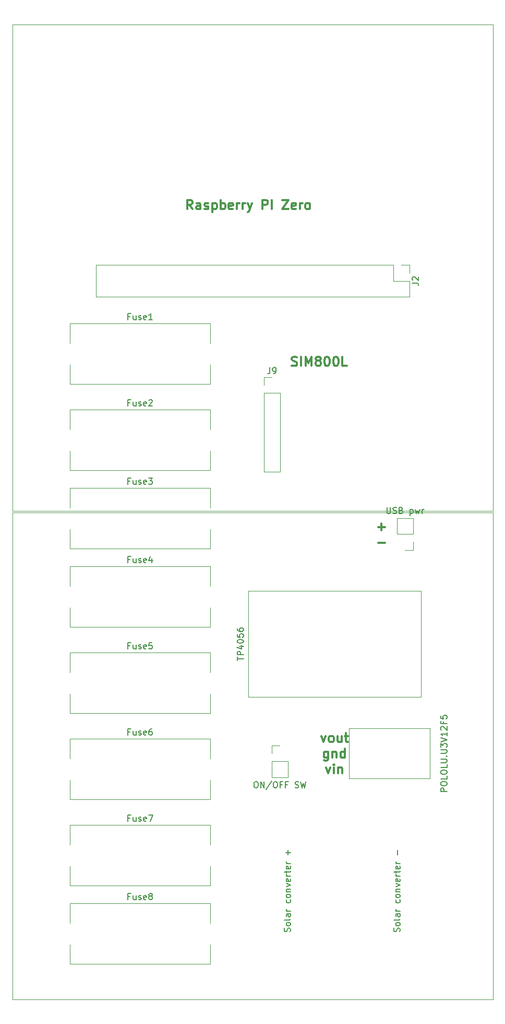
<source format=gbr>
G04 #@! TF.GenerationSoftware,KiCad,Pcbnew,(5.1.5-0-10_14)*
G04 #@! TF.CreationDate,2020-06-18T21:24:06+02:00*
G04 #@! TF.ProjectId,basepcb2,62617365-7063-4623-922e-6b696361645f,rev?*
G04 #@! TF.SameCoordinates,Original*
G04 #@! TF.FileFunction,Legend,Top*
G04 #@! TF.FilePolarity,Positive*
%FSLAX46Y46*%
G04 Gerber Fmt 4.6, Leading zero omitted, Abs format (unit mm)*
G04 Created by KiCad (PCBNEW (5.1.5-0-10_14)) date 2020-06-18 21:24:06*
%MOMM*%
%LPD*%
G04 APERTURE LIST*
%ADD10C,0.300000*%
%ADD11C,0.120000*%
%ADD12C,0.150000*%
G04 APERTURE END LIST*
D10*
X57547142Y-115248571D02*
X57904285Y-116248571D01*
X58261428Y-115248571D01*
X59047142Y-116248571D02*
X58904285Y-116177142D01*
X58832857Y-116105714D01*
X58761428Y-115962857D01*
X58761428Y-115534285D01*
X58832857Y-115391428D01*
X58904285Y-115320000D01*
X59047142Y-115248571D01*
X59261428Y-115248571D01*
X59404285Y-115320000D01*
X59475714Y-115391428D01*
X59547142Y-115534285D01*
X59547142Y-115962857D01*
X59475714Y-116105714D01*
X59404285Y-116177142D01*
X59261428Y-116248571D01*
X59047142Y-116248571D01*
X60832857Y-115248571D02*
X60832857Y-116248571D01*
X60190000Y-115248571D02*
X60190000Y-116034285D01*
X60261428Y-116177142D01*
X60404285Y-116248571D01*
X60618571Y-116248571D01*
X60761428Y-116177142D01*
X60832857Y-116105714D01*
X61332857Y-115248571D02*
X61904285Y-115248571D01*
X61547142Y-114748571D02*
X61547142Y-116034285D01*
X61618571Y-116177142D01*
X61761428Y-116248571D01*
X61904285Y-116248571D01*
X58654285Y-117788571D02*
X58654285Y-119002857D01*
X58582857Y-119145714D01*
X58511428Y-119217142D01*
X58368571Y-119288571D01*
X58154285Y-119288571D01*
X58011428Y-119217142D01*
X58654285Y-118717142D02*
X58511428Y-118788571D01*
X58225714Y-118788571D01*
X58082857Y-118717142D01*
X58011428Y-118645714D01*
X57940000Y-118502857D01*
X57940000Y-118074285D01*
X58011428Y-117931428D01*
X58082857Y-117860000D01*
X58225714Y-117788571D01*
X58511428Y-117788571D01*
X58654285Y-117860000D01*
X59368571Y-117788571D02*
X59368571Y-118788571D01*
X59368571Y-117931428D02*
X59440000Y-117860000D01*
X59582857Y-117788571D01*
X59797142Y-117788571D01*
X59940000Y-117860000D01*
X60011428Y-118002857D01*
X60011428Y-118788571D01*
X61368571Y-118788571D02*
X61368571Y-117288571D01*
X61368571Y-118717142D02*
X61225714Y-118788571D01*
X60940000Y-118788571D01*
X60797142Y-118717142D01*
X60725714Y-118645714D01*
X60654285Y-118502857D01*
X60654285Y-118074285D01*
X60725714Y-117931428D01*
X60797142Y-117860000D01*
X60940000Y-117788571D01*
X61225714Y-117788571D01*
X61368571Y-117860000D01*
X58297142Y-120328571D02*
X58654285Y-121328571D01*
X59011428Y-120328571D01*
X59582857Y-121328571D02*
X59582857Y-120328571D01*
X59582857Y-119828571D02*
X59511428Y-119900000D01*
X59582857Y-119971428D01*
X59654285Y-119900000D01*
X59582857Y-119828571D01*
X59582857Y-119971428D01*
X60297142Y-120328571D02*
X60297142Y-121328571D01*
X60297142Y-120471428D02*
X60368571Y-120400000D01*
X60511428Y-120328571D01*
X60725714Y-120328571D01*
X60868571Y-120400000D01*
X60940000Y-120542857D01*
X60940000Y-121328571D01*
X36648571Y-29888571D02*
X36148571Y-29174285D01*
X35791428Y-29888571D02*
X35791428Y-28388571D01*
X36362857Y-28388571D01*
X36505714Y-28460000D01*
X36577142Y-28531428D01*
X36648571Y-28674285D01*
X36648571Y-28888571D01*
X36577142Y-29031428D01*
X36505714Y-29102857D01*
X36362857Y-29174285D01*
X35791428Y-29174285D01*
X37934285Y-29888571D02*
X37934285Y-29102857D01*
X37862857Y-28960000D01*
X37720000Y-28888571D01*
X37434285Y-28888571D01*
X37291428Y-28960000D01*
X37934285Y-29817142D02*
X37791428Y-29888571D01*
X37434285Y-29888571D01*
X37291428Y-29817142D01*
X37220000Y-29674285D01*
X37220000Y-29531428D01*
X37291428Y-29388571D01*
X37434285Y-29317142D01*
X37791428Y-29317142D01*
X37934285Y-29245714D01*
X38577142Y-29817142D02*
X38720000Y-29888571D01*
X39005714Y-29888571D01*
X39148571Y-29817142D01*
X39220000Y-29674285D01*
X39220000Y-29602857D01*
X39148571Y-29460000D01*
X39005714Y-29388571D01*
X38791428Y-29388571D01*
X38648571Y-29317142D01*
X38577142Y-29174285D01*
X38577142Y-29102857D01*
X38648571Y-28960000D01*
X38791428Y-28888571D01*
X39005714Y-28888571D01*
X39148571Y-28960000D01*
X39862857Y-28888571D02*
X39862857Y-30388571D01*
X39862857Y-28960000D02*
X40005714Y-28888571D01*
X40291428Y-28888571D01*
X40434285Y-28960000D01*
X40505714Y-29031428D01*
X40577142Y-29174285D01*
X40577142Y-29602857D01*
X40505714Y-29745714D01*
X40434285Y-29817142D01*
X40291428Y-29888571D01*
X40005714Y-29888571D01*
X39862857Y-29817142D01*
X41220000Y-29888571D02*
X41220000Y-28388571D01*
X41220000Y-28960000D02*
X41362857Y-28888571D01*
X41648571Y-28888571D01*
X41791428Y-28960000D01*
X41862857Y-29031428D01*
X41934285Y-29174285D01*
X41934285Y-29602857D01*
X41862857Y-29745714D01*
X41791428Y-29817142D01*
X41648571Y-29888571D01*
X41362857Y-29888571D01*
X41220000Y-29817142D01*
X43148571Y-29817142D02*
X43005714Y-29888571D01*
X42720000Y-29888571D01*
X42577142Y-29817142D01*
X42505714Y-29674285D01*
X42505714Y-29102857D01*
X42577142Y-28960000D01*
X42720000Y-28888571D01*
X43005714Y-28888571D01*
X43148571Y-28960000D01*
X43220000Y-29102857D01*
X43220000Y-29245714D01*
X42505714Y-29388571D01*
X43862857Y-29888571D02*
X43862857Y-28888571D01*
X43862857Y-29174285D02*
X43934285Y-29031428D01*
X44005714Y-28960000D01*
X44148571Y-28888571D01*
X44291428Y-28888571D01*
X44791428Y-29888571D02*
X44791428Y-28888571D01*
X44791428Y-29174285D02*
X44862857Y-29031428D01*
X44934285Y-28960000D01*
X45077142Y-28888571D01*
X45220000Y-28888571D01*
X45577142Y-28888571D02*
X45934285Y-29888571D01*
X46291428Y-28888571D02*
X45934285Y-29888571D01*
X45791428Y-30245714D01*
X45720000Y-30317142D01*
X45577142Y-30388571D01*
X48005714Y-29888571D02*
X48005714Y-28388571D01*
X48577142Y-28388571D01*
X48720000Y-28460000D01*
X48791428Y-28531428D01*
X48862857Y-28674285D01*
X48862857Y-28888571D01*
X48791428Y-29031428D01*
X48720000Y-29102857D01*
X48577142Y-29174285D01*
X48005714Y-29174285D01*
X49505714Y-29888571D02*
X49505714Y-28388571D01*
X51220000Y-28388571D02*
X52220000Y-28388571D01*
X51220000Y-29888571D01*
X52220000Y-29888571D01*
X53362857Y-29817142D02*
X53220000Y-29888571D01*
X52934285Y-29888571D01*
X52791428Y-29817142D01*
X52720000Y-29674285D01*
X52720000Y-29102857D01*
X52791428Y-28960000D01*
X52934285Y-28888571D01*
X53220000Y-28888571D01*
X53362857Y-28960000D01*
X53434285Y-29102857D01*
X53434285Y-29245714D01*
X52720000Y-29388571D01*
X54077142Y-29888571D02*
X54077142Y-28888571D01*
X54077142Y-29174285D02*
X54148571Y-29031428D01*
X54220000Y-28960000D01*
X54362857Y-28888571D01*
X54505714Y-28888571D01*
X55220000Y-29888571D02*
X55077142Y-29817142D01*
X55005714Y-29745714D01*
X54934285Y-29602857D01*
X54934285Y-29174285D01*
X55005714Y-29031428D01*
X55077142Y-28960000D01*
X55220000Y-28888571D01*
X55434285Y-28888571D01*
X55577142Y-28960000D01*
X55648571Y-29031428D01*
X55720000Y-29174285D01*
X55720000Y-29602857D01*
X55648571Y-29745714D01*
X55577142Y-29817142D01*
X55434285Y-29888571D01*
X55220000Y-29888571D01*
X52757142Y-55217142D02*
X52971428Y-55288571D01*
X53328571Y-55288571D01*
X53471428Y-55217142D01*
X53542857Y-55145714D01*
X53614285Y-55002857D01*
X53614285Y-54860000D01*
X53542857Y-54717142D01*
X53471428Y-54645714D01*
X53328571Y-54574285D01*
X53042857Y-54502857D01*
X52900000Y-54431428D01*
X52828571Y-54360000D01*
X52757142Y-54217142D01*
X52757142Y-54074285D01*
X52828571Y-53931428D01*
X52900000Y-53860000D01*
X53042857Y-53788571D01*
X53400000Y-53788571D01*
X53614285Y-53860000D01*
X54257142Y-55288571D02*
X54257142Y-53788571D01*
X54971428Y-55288571D02*
X54971428Y-53788571D01*
X55471428Y-54860000D01*
X55971428Y-53788571D01*
X55971428Y-55288571D01*
X56900000Y-54431428D02*
X56757142Y-54360000D01*
X56685714Y-54288571D01*
X56614285Y-54145714D01*
X56614285Y-54074285D01*
X56685714Y-53931428D01*
X56757142Y-53860000D01*
X56900000Y-53788571D01*
X57185714Y-53788571D01*
X57328571Y-53860000D01*
X57400000Y-53931428D01*
X57471428Y-54074285D01*
X57471428Y-54145714D01*
X57400000Y-54288571D01*
X57328571Y-54360000D01*
X57185714Y-54431428D01*
X56900000Y-54431428D01*
X56757142Y-54502857D01*
X56685714Y-54574285D01*
X56614285Y-54717142D01*
X56614285Y-55002857D01*
X56685714Y-55145714D01*
X56757142Y-55217142D01*
X56900000Y-55288571D01*
X57185714Y-55288571D01*
X57328571Y-55217142D01*
X57400000Y-55145714D01*
X57471428Y-55002857D01*
X57471428Y-54717142D01*
X57400000Y-54574285D01*
X57328571Y-54502857D01*
X57185714Y-54431428D01*
X58400000Y-53788571D02*
X58542857Y-53788571D01*
X58685714Y-53860000D01*
X58757142Y-53931428D01*
X58828571Y-54074285D01*
X58900000Y-54360000D01*
X58900000Y-54717142D01*
X58828571Y-55002857D01*
X58757142Y-55145714D01*
X58685714Y-55217142D01*
X58542857Y-55288571D01*
X58400000Y-55288571D01*
X58257142Y-55217142D01*
X58185714Y-55145714D01*
X58114285Y-55002857D01*
X58042857Y-54717142D01*
X58042857Y-54360000D01*
X58114285Y-54074285D01*
X58185714Y-53931428D01*
X58257142Y-53860000D01*
X58400000Y-53788571D01*
X59828571Y-53788571D02*
X59971428Y-53788571D01*
X60114285Y-53860000D01*
X60185714Y-53931428D01*
X60257142Y-54074285D01*
X60328571Y-54360000D01*
X60328571Y-54717142D01*
X60257142Y-55002857D01*
X60185714Y-55145714D01*
X60114285Y-55217142D01*
X59971428Y-55288571D01*
X59828571Y-55288571D01*
X59685714Y-55217142D01*
X59614285Y-55145714D01*
X59542857Y-55002857D01*
X59471428Y-54717142D01*
X59471428Y-54360000D01*
X59542857Y-54074285D01*
X59614285Y-53931428D01*
X59685714Y-53860000D01*
X59828571Y-53788571D01*
X61685714Y-55288571D02*
X60971428Y-55288571D01*
X60971428Y-53788571D01*
X66738571Y-83927142D02*
X67881428Y-83927142D01*
X66738571Y-81387142D02*
X67881428Y-81387142D01*
X67310000Y-81958571D02*
X67310000Y-80815714D01*
D11*
X7410000Y-157920000D02*
X7410000Y-79080000D01*
X85390000Y-157920000D02*
X7410000Y-157920000D01*
X85390000Y-79080000D02*
X85390000Y-157920000D01*
X7410000Y-79080000D02*
X85390000Y-79080000D01*
X7410000Y-78790000D02*
X7410000Y50000D01*
X85390000Y-78790000D02*
X7410000Y-78790000D01*
X85390000Y50000D02*
X85390000Y-78790000D01*
X7410000Y50000D02*
X85390000Y50000D01*
X39480000Y-62400000D02*
X39480000Y-65560000D01*
X39480000Y-62400000D02*
X16760000Y-62400000D01*
X39480000Y-72220000D02*
X16760000Y-72220000D01*
X39480000Y-69060000D02*
X39480000Y-72220000D01*
X16760000Y-69060000D02*
X16760000Y-72220000D01*
X16760000Y-62400000D02*
X16760000Y-65560000D01*
X16760000Y-101770000D02*
X16760000Y-104930000D01*
X16760000Y-108430000D02*
X16760000Y-111590000D01*
X39480000Y-108430000D02*
X39480000Y-111590000D01*
X39480000Y-111590000D02*
X16760000Y-111590000D01*
X39480000Y-101770000D02*
X16760000Y-101770000D01*
X39480000Y-101770000D02*
X39480000Y-104930000D01*
X39480000Y-115740000D02*
X39480000Y-118900000D01*
X39480000Y-115740000D02*
X16760000Y-115740000D01*
X39480000Y-125560000D02*
X16760000Y-125560000D01*
X39480000Y-122400000D02*
X39480000Y-125560000D01*
X16760000Y-122400000D02*
X16760000Y-125560000D01*
X16760000Y-115740000D02*
X16760000Y-118900000D01*
X16760000Y-129710000D02*
X16760000Y-132870000D01*
X16760000Y-136370000D02*
X16760000Y-139530000D01*
X39480000Y-136370000D02*
X39480000Y-139530000D01*
X39480000Y-139530000D02*
X16760000Y-139530000D01*
X39480000Y-129710000D02*
X16760000Y-129710000D01*
X39480000Y-129710000D02*
X39480000Y-132870000D01*
X39480000Y-142410000D02*
X39480000Y-145570000D01*
X39480000Y-142410000D02*
X16760000Y-142410000D01*
X39480000Y-152230000D02*
X16760000Y-152230000D01*
X39480000Y-149070000D02*
X39480000Y-152230000D01*
X16760000Y-149070000D02*
X16760000Y-152230000D01*
X16760000Y-142410000D02*
X16760000Y-145570000D01*
X16760000Y-48430000D02*
X16760000Y-51590000D01*
X16760000Y-55090000D02*
X16760000Y-58250000D01*
X39480000Y-55090000D02*
X39480000Y-58250000D01*
X39480000Y-58250000D02*
X16760000Y-58250000D01*
X39480000Y-48430000D02*
X16760000Y-48430000D01*
X39480000Y-48430000D02*
X39480000Y-51590000D01*
X16760000Y-75100000D02*
X16760000Y-78260000D01*
X16760000Y-81760000D02*
X16760000Y-84920000D01*
X39480000Y-81760000D02*
X39480000Y-84920000D01*
X39480000Y-84920000D02*
X16760000Y-84920000D01*
X39480000Y-75100000D02*
X16760000Y-75100000D01*
X39480000Y-75100000D02*
X39480000Y-78260000D01*
X39480000Y-87800000D02*
X39480000Y-90960000D01*
X39480000Y-87800000D02*
X16760000Y-87800000D01*
X39480000Y-97620000D02*
X16760000Y-97620000D01*
X39480000Y-94460000D02*
X39480000Y-97620000D01*
X16760000Y-94460000D02*
X16760000Y-97620000D01*
X16760000Y-87800000D02*
X16760000Y-90960000D01*
X49470000Y-121980000D02*
X52130000Y-121980000D01*
X49470000Y-119380000D02*
X49470000Y-121980000D01*
X52130000Y-119380000D02*
X52130000Y-121980000D01*
X49470000Y-119380000D02*
X52130000Y-119380000D01*
X49470000Y-118110000D02*
X49470000Y-116780000D01*
X49470000Y-116780000D02*
X50800000Y-116780000D01*
X48200000Y-72450000D02*
X50860000Y-72450000D01*
X48200000Y-59690000D02*
X48200000Y-72450000D01*
X50860000Y-59690000D02*
X50860000Y-72450000D01*
X48200000Y-59690000D02*
X50860000Y-59690000D01*
X48200000Y-58420000D02*
X48200000Y-57090000D01*
X48200000Y-57090000D02*
X49530000Y-57090000D01*
X75120500Y-114046000D02*
X75120500Y-122174000D01*
X75120500Y-122174000D02*
X62039500Y-122174000D01*
X62039500Y-122174000D02*
X62039500Y-114046000D01*
X62039500Y-114046000D02*
X75120500Y-114046000D01*
X45690000Y-108930000D02*
X45690000Y-91730000D01*
X45690000Y-91730000D02*
X73690000Y-91730000D01*
X73690000Y-108930000D02*
X73690000Y-91730000D01*
X45690000Y-108930000D02*
X73690000Y-108930000D01*
X20940000Y-38900000D02*
X20940000Y-44100000D01*
X69260000Y-38900000D02*
X20940000Y-38900000D01*
X71860000Y-44100000D02*
X20940000Y-44100000D01*
X69260000Y-38900000D02*
X69260000Y-41500000D01*
X69260000Y-41500000D02*
X71860000Y-41500000D01*
X71860000Y-41500000D02*
X71860000Y-44100000D01*
X70530000Y-38900000D02*
X71860000Y-38900000D01*
X71860000Y-38900000D02*
X71860000Y-40230000D01*
X72450000Y-79950000D02*
X69790000Y-79950000D01*
X72450000Y-82550000D02*
X72450000Y-79950000D01*
X69790000Y-82550000D02*
X69790000Y-79950000D01*
X72450000Y-82550000D02*
X69790000Y-82550000D01*
X72450000Y-83820000D02*
X72450000Y-85150000D01*
X72450000Y-85150000D02*
X71120000Y-85150000D01*
D12*
X26500952Y-61238571D02*
X26167619Y-61238571D01*
X26167619Y-61762380D02*
X26167619Y-60762380D01*
X26643809Y-60762380D01*
X27453333Y-61095714D02*
X27453333Y-61762380D01*
X27024761Y-61095714D02*
X27024761Y-61619523D01*
X27072380Y-61714761D01*
X27167619Y-61762380D01*
X27310476Y-61762380D01*
X27405714Y-61714761D01*
X27453333Y-61667142D01*
X27881904Y-61714761D02*
X27977142Y-61762380D01*
X28167619Y-61762380D01*
X28262857Y-61714761D01*
X28310476Y-61619523D01*
X28310476Y-61571904D01*
X28262857Y-61476666D01*
X28167619Y-61429047D01*
X28024761Y-61429047D01*
X27929523Y-61381428D01*
X27881904Y-61286190D01*
X27881904Y-61238571D01*
X27929523Y-61143333D01*
X28024761Y-61095714D01*
X28167619Y-61095714D01*
X28262857Y-61143333D01*
X29120000Y-61714761D02*
X29024761Y-61762380D01*
X28834285Y-61762380D01*
X28739047Y-61714761D01*
X28691428Y-61619523D01*
X28691428Y-61238571D01*
X28739047Y-61143333D01*
X28834285Y-61095714D01*
X29024761Y-61095714D01*
X29120000Y-61143333D01*
X29167619Y-61238571D01*
X29167619Y-61333809D01*
X28691428Y-61429047D01*
X29548571Y-60857619D02*
X29596190Y-60810000D01*
X29691428Y-60762380D01*
X29929523Y-60762380D01*
X30024761Y-60810000D01*
X30072380Y-60857619D01*
X30120000Y-60952857D01*
X30120000Y-61048095D01*
X30072380Y-61190952D01*
X29500952Y-61762380D01*
X30120000Y-61762380D01*
X26500952Y-100608571D02*
X26167619Y-100608571D01*
X26167619Y-101132380D02*
X26167619Y-100132380D01*
X26643809Y-100132380D01*
X27453333Y-100465714D02*
X27453333Y-101132380D01*
X27024761Y-100465714D02*
X27024761Y-100989523D01*
X27072380Y-101084761D01*
X27167619Y-101132380D01*
X27310476Y-101132380D01*
X27405714Y-101084761D01*
X27453333Y-101037142D01*
X27881904Y-101084761D02*
X27977142Y-101132380D01*
X28167619Y-101132380D01*
X28262857Y-101084761D01*
X28310476Y-100989523D01*
X28310476Y-100941904D01*
X28262857Y-100846666D01*
X28167619Y-100799047D01*
X28024761Y-100799047D01*
X27929523Y-100751428D01*
X27881904Y-100656190D01*
X27881904Y-100608571D01*
X27929523Y-100513333D01*
X28024761Y-100465714D01*
X28167619Y-100465714D01*
X28262857Y-100513333D01*
X29120000Y-101084761D02*
X29024761Y-101132380D01*
X28834285Y-101132380D01*
X28739047Y-101084761D01*
X28691428Y-100989523D01*
X28691428Y-100608571D01*
X28739047Y-100513333D01*
X28834285Y-100465714D01*
X29024761Y-100465714D01*
X29120000Y-100513333D01*
X29167619Y-100608571D01*
X29167619Y-100703809D01*
X28691428Y-100799047D01*
X30072380Y-100132380D02*
X29596190Y-100132380D01*
X29548571Y-100608571D01*
X29596190Y-100560952D01*
X29691428Y-100513333D01*
X29929523Y-100513333D01*
X30024761Y-100560952D01*
X30072380Y-100608571D01*
X30120000Y-100703809D01*
X30120000Y-100941904D01*
X30072380Y-101037142D01*
X30024761Y-101084761D01*
X29929523Y-101132380D01*
X29691428Y-101132380D01*
X29596190Y-101084761D01*
X29548571Y-101037142D01*
X26500952Y-114578571D02*
X26167619Y-114578571D01*
X26167619Y-115102380D02*
X26167619Y-114102380D01*
X26643809Y-114102380D01*
X27453333Y-114435714D02*
X27453333Y-115102380D01*
X27024761Y-114435714D02*
X27024761Y-114959523D01*
X27072380Y-115054761D01*
X27167619Y-115102380D01*
X27310476Y-115102380D01*
X27405714Y-115054761D01*
X27453333Y-115007142D01*
X27881904Y-115054761D02*
X27977142Y-115102380D01*
X28167619Y-115102380D01*
X28262857Y-115054761D01*
X28310476Y-114959523D01*
X28310476Y-114911904D01*
X28262857Y-114816666D01*
X28167619Y-114769047D01*
X28024761Y-114769047D01*
X27929523Y-114721428D01*
X27881904Y-114626190D01*
X27881904Y-114578571D01*
X27929523Y-114483333D01*
X28024761Y-114435714D01*
X28167619Y-114435714D01*
X28262857Y-114483333D01*
X29120000Y-115054761D02*
X29024761Y-115102380D01*
X28834285Y-115102380D01*
X28739047Y-115054761D01*
X28691428Y-114959523D01*
X28691428Y-114578571D01*
X28739047Y-114483333D01*
X28834285Y-114435714D01*
X29024761Y-114435714D01*
X29120000Y-114483333D01*
X29167619Y-114578571D01*
X29167619Y-114673809D01*
X28691428Y-114769047D01*
X30024761Y-114102380D02*
X29834285Y-114102380D01*
X29739047Y-114150000D01*
X29691428Y-114197619D01*
X29596190Y-114340476D01*
X29548571Y-114530952D01*
X29548571Y-114911904D01*
X29596190Y-115007142D01*
X29643809Y-115054761D01*
X29739047Y-115102380D01*
X29929523Y-115102380D01*
X30024761Y-115054761D01*
X30072380Y-115007142D01*
X30120000Y-114911904D01*
X30120000Y-114673809D01*
X30072380Y-114578571D01*
X30024761Y-114530952D01*
X29929523Y-114483333D01*
X29739047Y-114483333D01*
X29643809Y-114530952D01*
X29596190Y-114578571D01*
X29548571Y-114673809D01*
X26500952Y-128548571D02*
X26167619Y-128548571D01*
X26167619Y-129072380D02*
X26167619Y-128072380D01*
X26643809Y-128072380D01*
X27453333Y-128405714D02*
X27453333Y-129072380D01*
X27024761Y-128405714D02*
X27024761Y-128929523D01*
X27072380Y-129024761D01*
X27167619Y-129072380D01*
X27310476Y-129072380D01*
X27405714Y-129024761D01*
X27453333Y-128977142D01*
X27881904Y-129024761D02*
X27977142Y-129072380D01*
X28167619Y-129072380D01*
X28262857Y-129024761D01*
X28310476Y-128929523D01*
X28310476Y-128881904D01*
X28262857Y-128786666D01*
X28167619Y-128739047D01*
X28024761Y-128739047D01*
X27929523Y-128691428D01*
X27881904Y-128596190D01*
X27881904Y-128548571D01*
X27929523Y-128453333D01*
X28024761Y-128405714D01*
X28167619Y-128405714D01*
X28262857Y-128453333D01*
X29120000Y-129024761D02*
X29024761Y-129072380D01*
X28834285Y-129072380D01*
X28739047Y-129024761D01*
X28691428Y-128929523D01*
X28691428Y-128548571D01*
X28739047Y-128453333D01*
X28834285Y-128405714D01*
X29024761Y-128405714D01*
X29120000Y-128453333D01*
X29167619Y-128548571D01*
X29167619Y-128643809D01*
X28691428Y-128739047D01*
X29500952Y-128072380D02*
X30167619Y-128072380D01*
X29739047Y-129072380D01*
X26500952Y-141248571D02*
X26167619Y-141248571D01*
X26167619Y-141772380D02*
X26167619Y-140772380D01*
X26643809Y-140772380D01*
X27453333Y-141105714D02*
X27453333Y-141772380D01*
X27024761Y-141105714D02*
X27024761Y-141629523D01*
X27072380Y-141724761D01*
X27167619Y-141772380D01*
X27310476Y-141772380D01*
X27405714Y-141724761D01*
X27453333Y-141677142D01*
X27881904Y-141724761D02*
X27977142Y-141772380D01*
X28167619Y-141772380D01*
X28262857Y-141724761D01*
X28310476Y-141629523D01*
X28310476Y-141581904D01*
X28262857Y-141486666D01*
X28167619Y-141439047D01*
X28024761Y-141439047D01*
X27929523Y-141391428D01*
X27881904Y-141296190D01*
X27881904Y-141248571D01*
X27929523Y-141153333D01*
X28024761Y-141105714D01*
X28167619Y-141105714D01*
X28262857Y-141153333D01*
X29120000Y-141724761D02*
X29024761Y-141772380D01*
X28834285Y-141772380D01*
X28739047Y-141724761D01*
X28691428Y-141629523D01*
X28691428Y-141248571D01*
X28739047Y-141153333D01*
X28834285Y-141105714D01*
X29024761Y-141105714D01*
X29120000Y-141153333D01*
X29167619Y-141248571D01*
X29167619Y-141343809D01*
X28691428Y-141439047D01*
X29739047Y-141200952D02*
X29643809Y-141153333D01*
X29596190Y-141105714D01*
X29548571Y-141010476D01*
X29548571Y-140962857D01*
X29596190Y-140867619D01*
X29643809Y-140820000D01*
X29739047Y-140772380D01*
X29929523Y-140772380D01*
X30024761Y-140820000D01*
X30072380Y-140867619D01*
X30120000Y-140962857D01*
X30120000Y-141010476D01*
X30072380Y-141105714D01*
X30024761Y-141153333D01*
X29929523Y-141200952D01*
X29739047Y-141200952D01*
X29643809Y-141248571D01*
X29596190Y-141296190D01*
X29548571Y-141391428D01*
X29548571Y-141581904D01*
X29596190Y-141677142D01*
X29643809Y-141724761D01*
X29739047Y-141772380D01*
X29929523Y-141772380D01*
X30024761Y-141724761D01*
X30072380Y-141677142D01*
X30120000Y-141581904D01*
X30120000Y-141391428D01*
X30072380Y-141296190D01*
X30024761Y-141248571D01*
X29929523Y-141200952D01*
X26500952Y-47268571D02*
X26167619Y-47268571D01*
X26167619Y-47792380D02*
X26167619Y-46792380D01*
X26643809Y-46792380D01*
X27453333Y-47125714D02*
X27453333Y-47792380D01*
X27024761Y-47125714D02*
X27024761Y-47649523D01*
X27072380Y-47744761D01*
X27167619Y-47792380D01*
X27310476Y-47792380D01*
X27405714Y-47744761D01*
X27453333Y-47697142D01*
X27881904Y-47744761D02*
X27977142Y-47792380D01*
X28167619Y-47792380D01*
X28262857Y-47744761D01*
X28310476Y-47649523D01*
X28310476Y-47601904D01*
X28262857Y-47506666D01*
X28167619Y-47459047D01*
X28024761Y-47459047D01*
X27929523Y-47411428D01*
X27881904Y-47316190D01*
X27881904Y-47268571D01*
X27929523Y-47173333D01*
X28024761Y-47125714D01*
X28167619Y-47125714D01*
X28262857Y-47173333D01*
X29120000Y-47744761D02*
X29024761Y-47792380D01*
X28834285Y-47792380D01*
X28739047Y-47744761D01*
X28691428Y-47649523D01*
X28691428Y-47268571D01*
X28739047Y-47173333D01*
X28834285Y-47125714D01*
X29024761Y-47125714D01*
X29120000Y-47173333D01*
X29167619Y-47268571D01*
X29167619Y-47363809D01*
X28691428Y-47459047D01*
X30120000Y-47792380D02*
X29548571Y-47792380D01*
X29834285Y-47792380D02*
X29834285Y-46792380D01*
X29739047Y-46935238D01*
X29643809Y-47030476D01*
X29548571Y-47078095D01*
X26500952Y-73938571D02*
X26167619Y-73938571D01*
X26167619Y-74462380D02*
X26167619Y-73462380D01*
X26643809Y-73462380D01*
X27453333Y-73795714D02*
X27453333Y-74462380D01*
X27024761Y-73795714D02*
X27024761Y-74319523D01*
X27072380Y-74414761D01*
X27167619Y-74462380D01*
X27310476Y-74462380D01*
X27405714Y-74414761D01*
X27453333Y-74367142D01*
X27881904Y-74414761D02*
X27977142Y-74462380D01*
X28167619Y-74462380D01*
X28262857Y-74414761D01*
X28310476Y-74319523D01*
X28310476Y-74271904D01*
X28262857Y-74176666D01*
X28167619Y-74129047D01*
X28024761Y-74129047D01*
X27929523Y-74081428D01*
X27881904Y-73986190D01*
X27881904Y-73938571D01*
X27929523Y-73843333D01*
X28024761Y-73795714D01*
X28167619Y-73795714D01*
X28262857Y-73843333D01*
X29120000Y-74414761D02*
X29024761Y-74462380D01*
X28834285Y-74462380D01*
X28739047Y-74414761D01*
X28691428Y-74319523D01*
X28691428Y-73938571D01*
X28739047Y-73843333D01*
X28834285Y-73795714D01*
X29024761Y-73795714D01*
X29120000Y-73843333D01*
X29167619Y-73938571D01*
X29167619Y-74033809D01*
X28691428Y-74129047D01*
X29500952Y-73462380D02*
X30120000Y-73462380D01*
X29786666Y-73843333D01*
X29929523Y-73843333D01*
X30024761Y-73890952D01*
X30072380Y-73938571D01*
X30120000Y-74033809D01*
X30120000Y-74271904D01*
X30072380Y-74367142D01*
X30024761Y-74414761D01*
X29929523Y-74462380D01*
X29643809Y-74462380D01*
X29548571Y-74414761D01*
X29500952Y-74367142D01*
X26500952Y-86638571D02*
X26167619Y-86638571D01*
X26167619Y-87162380D02*
X26167619Y-86162380D01*
X26643809Y-86162380D01*
X27453333Y-86495714D02*
X27453333Y-87162380D01*
X27024761Y-86495714D02*
X27024761Y-87019523D01*
X27072380Y-87114761D01*
X27167619Y-87162380D01*
X27310476Y-87162380D01*
X27405714Y-87114761D01*
X27453333Y-87067142D01*
X27881904Y-87114761D02*
X27977142Y-87162380D01*
X28167619Y-87162380D01*
X28262857Y-87114761D01*
X28310476Y-87019523D01*
X28310476Y-86971904D01*
X28262857Y-86876666D01*
X28167619Y-86829047D01*
X28024761Y-86829047D01*
X27929523Y-86781428D01*
X27881904Y-86686190D01*
X27881904Y-86638571D01*
X27929523Y-86543333D01*
X28024761Y-86495714D01*
X28167619Y-86495714D01*
X28262857Y-86543333D01*
X29120000Y-87114761D02*
X29024761Y-87162380D01*
X28834285Y-87162380D01*
X28739047Y-87114761D01*
X28691428Y-87019523D01*
X28691428Y-86638571D01*
X28739047Y-86543333D01*
X28834285Y-86495714D01*
X29024761Y-86495714D01*
X29120000Y-86543333D01*
X29167619Y-86638571D01*
X29167619Y-86733809D01*
X28691428Y-86829047D01*
X30024761Y-86495714D02*
X30024761Y-87162380D01*
X29786666Y-86114761D02*
X29548571Y-86829047D01*
X30167619Y-86829047D01*
X46847619Y-122642380D02*
X47038095Y-122642380D01*
X47133333Y-122690000D01*
X47228571Y-122785238D01*
X47276190Y-122975714D01*
X47276190Y-123309047D01*
X47228571Y-123499523D01*
X47133333Y-123594761D01*
X47038095Y-123642380D01*
X46847619Y-123642380D01*
X46752380Y-123594761D01*
X46657142Y-123499523D01*
X46609523Y-123309047D01*
X46609523Y-122975714D01*
X46657142Y-122785238D01*
X46752380Y-122690000D01*
X46847619Y-122642380D01*
X47704761Y-123642380D02*
X47704761Y-122642380D01*
X48276190Y-123642380D01*
X48276190Y-122642380D01*
X49466666Y-122594761D02*
X48609523Y-123880476D01*
X49990476Y-122642380D02*
X50180952Y-122642380D01*
X50276190Y-122690000D01*
X50371428Y-122785238D01*
X50419047Y-122975714D01*
X50419047Y-123309047D01*
X50371428Y-123499523D01*
X50276190Y-123594761D01*
X50180952Y-123642380D01*
X49990476Y-123642380D01*
X49895238Y-123594761D01*
X49800000Y-123499523D01*
X49752380Y-123309047D01*
X49752380Y-122975714D01*
X49800000Y-122785238D01*
X49895238Y-122690000D01*
X49990476Y-122642380D01*
X51180952Y-123118571D02*
X50847619Y-123118571D01*
X50847619Y-123642380D02*
X50847619Y-122642380D01*
X51323809Y-122642380D01*
X52038095Y-123118571D02*
X51704761Y-123118571D01*
X51704761Y-123642380D02*
X51704761Y-122642380D01*
X52180952Y-122642380D01*
X53276190Y-123594761D02*
X53419047Y-123642380D01*
X53657142Y-123642380D01*
X53752380Y-123594761D01*
X53800000Y-123547142D01*
X53847619Y-123451904D01*
X53847619Y-123356666D01*
X53800000Y-123261428D01*
X53752380Y-123213809D01*
X53657142Y-123166190D01*
X53466666Y-123118571D01*
X53371428Y-123070952D01*
X53323809Y-123023333D01*
X53276190Y-122928095D01*
X53276190Y-122832857D01*
X53323809Y-122737619D01*
X53371428Y-122690000D01*
X53466666Y-122642380D01*
X53704761Y-122642380D01*
X53847619Y-122690000D01*
X54180952Y-122642380D02*
X54419047Y-123642380D01*
X54609523Y-122928095D01*
X54800000Y-123642380D01*
X55038095Y-122642380D01*
X49196666Y-55542380D02*
X49196666Y-56256666D01*
X49149047Y-56399523D01*
X49053809Y-56494761D01*
X48910952Y-56542380D01*
X48815714Y-56542380D01*
X49720476Y-56542380D02*
X49910952Y-56542380D01*
X50006190Y-56494761D01*
X50053809Y-56447142D01*
X50149047Y-56304285D01*
X50196666Y-56113809D01*
X50196666Y-55732857D01*
X50149047Y-55637619D01*
X50101428Y-55590000D01*
X50006190Y-55542380D01*
X49815714Y-55542380D01*
X49720476Y-55590000D01*
X49672857Y-55637619D01*
X49625238Y-55732857D01*
X49625238Y-55970952D01*
X49672857Y-56066190D01*
X49720476Y-56113809D01*
X49815714Y-56161428D01*
X50006190Y-56161428D01*
X50101428Y-56113809D01*
X50149047Y-56066190D01*
X50196666Y-55970952D01*
X77922380Y-124276666D02*
X76922380Y-124276666D01*
X76922380Y-123895714D01*
X76970000Y-123800476D01*
X77017619Y-123752857D01*
X77112857Y-123705238D01*
X77255714Y-123705238D01*
X77350952Y-123752857D01*
X77398571Y-123800476D01*
X77446190Y-123895714D01*
X77446190Y-124276666D01*
X76922380Y-123086190D02*
X76922380Y-122895714D01*
X76970000Y-122800476D01*
X77065238Y-122705238D01*
X77255714Y-122657619D01*
X77589047Y-122657619D01*
X77779523Y-122705238D01*
X77874761Y-122800476D01*
X77922380Y-122895714D01*
X77922380Y-123086190D01*
X77874761Y-123181428D01*
X77779523Y-123276666D01*
X77589047Y-123324285D01*
X77255714Y-123324285D01*
X77065238Y-123276666D01*
X76970000Y-123181428D01*
X76922380Y-123086190D01*
X77922380Y-121752857D02*
X77922380Y-122229047D01*
X76922380Y-122229047D01*
X76922380Y-121229047D02*
X76922380Y-121038571D01*
X76970000Y-120943333D01*
X77065238Y-120848095D01*
X77255714Y-120800476D01*
X77589047Y-120800476D01*
X77779523Y-120848095D01*
X77874761Y-120943333D01*
X77922380Y-121038571D01*
X77922380Y-121229047D01*
X77874761Y-121324285D01*
X77779523Y-121419523D01*
X77589047Y-121467142D01*
X77255714Y-121467142D01*
X77065238Y-121419523D01*
X76970000Y-121324285D01*
X76922380Y-121229047D01*
X77922380Y-119895714D02*
X77922380Y-120371904D01*
X76922380Y-120371904D01*
X76922380Y-119562380D02*
X77731904Y-119562380D01*
X77827142Y-119514761D01*
X77874761Y-119467142D01*
X77922380Y-119371904D01*
X77922380Y-119181428D01*
X77874761Y-119086190D01*
X77827142Y-119038571D01*
X77731904Y-118990952D01*
X76922380Y-118990952D01*
X77827142Y-118514761D02*
X77874761Y-118467142D01*
X77922380Y-118514761D01*
X77874761Y-118562380D01*
X77827142Y-118514761D01*
X77922380Y-118514761D01*
X76922380Y-118038571D02*
X77731904Y-118038571D01*
X77827142Y-117990952D01*
X77874761Y-117943333D01*
X77922380Y-117848095D01*
X77922380Y-117657619D01*
X77874761Y-117562380D01*
X77827142Y-117514761D01*
X77731904Y-117467142D01*
X76922380Y-117467142D01*
X76922380Y-117086190D02*
X76922380Y-116467142D01*
X77303333Y-116800476D01*
X77303333Y-116657619D01*
X77350952Y-116562380D01*
X77398571Y-116514761D01*
X77493809Y-116467142D01*
X77731904Y-116467142D01*
X77827142Y-116514761D01*
X77874761Y-116562380D01*
X77922380Y-116657619D01*
X77922380Y-116943333D01*
X77874761Y-117038571D01*
X77827142Y-117086190D01*
X76922380Y-116181428D02*
X77922380Y-115848095D01*
X76922380Y-115514761D01*
X77922380Y-114657619D02*
X77922380Y-115229047D01*
X77922380Y-114943333D02*
X76922380Y-114943333D01*
X77065238Y-115038571D01*
X77160476Y-115133809D01*
X77208095Y-115229047D01*
X77017619Y-114276666D02*
X76970000Y-114229047D01*
X76922380Y-114133809D01*
X76922380Y-113895714D01*
X76970000Y-113800476D01*
X77017619Y-113752857D01*
X77112857Y-113705238D01*
X77208095Y-113705238D01*
X77350952Y-113752857D01*
X77922380Y-114324285D01*
X77922380Y-113705238D01*
X77398571Y-112943333D02*
X77398571Y-113276666D01*
X77922380Y-113276666D02*
X76922380Y-113276666D01*
X76922380Y-112800476D01*
X76922380Y-111943333D02*
X76922380Y-112419523D01*
X77398571Y-112467142D01*
X77350952Y-112419523D01*
X77303333Y-112324285D01*
X77303333Y-112086190D01*
X77350952Y-111990952D01*
X77398571Y-111943333D01*
X77493809Y-111895714D01*
X77731904Y-111895714D01*
X77827142Y-111943333D01*
X77874761Y-111990952D01*
X77922380Y-112086190D01*
X77922380Y-112324285D01*
X77874761Y-112419523D01*
X77827142Y-112467142D01*
X43902380Y-103020476D02*
X43902380Y-102449047D01*
X44902380Y-102734761D02*
X43902380Y-102734761D01*
X44902380Y-102115714D02*
X43902380Y-102115714D01*
X43902380Y-101734761D01*
X43950000Y-101639523D01*
X43997619Y-101591904D01*
X44092857Y-101544285D01*
X44235714Y-101544285D01*
X44330952Y-101591904D01*
X44378571Y-101639523D01*
X44426190Y-101734761D01*
X44426190Y-102115714D01*
X44235714Y-100687142D02*
X44902380Y-100687142D01*
X43854761Y-100925238D02*
X44569047Y-101163333D01*
X44569047Y-100544285D01*
X43902380Y-99972857D02*
X43902380Y-99877619D01*
X43950000Y-99782380D01*
X43997619Y-99734761D01*
X44092857Y-99687142D01*
X44283333Y-99639523D01*
X44521428Y-99639523D01*
X44711904Y-99687142D01*
X44807142Y-99734761D01*
X44854761Y-99782380D01*
X44902380Y-99877619D01*
X44902380Y-99972857D01*
X44854761Y-100068095D01*
X44807142Y-100115714D01*
X44711904Y-100163333D01*
X44521428Y-100210952D01*
X44283333Y-100210952D01*
X44092857Y-100163333D01*
X43997619Y-100115714D01*
X43950000Y-100068095D01*
X43902380Y-99972857D01*
X43902380Y-98734761D02*
X43902380Y-99210952D01*
X44378571Y-99258571D01*
X44330952Y-99210952D01*
X44283333Y-99115714D01*
X44283333Y-98877619D01*
X44330952Y-98782380D01*
X44378571Y-98734761D01*
X44473809Y-98687142D01*
X44711904Y-98687142D01*
X44807142Y-98734761D01*
X44854761Y-98782380D01*
X44902380Y-98877619D01*
X44902380Y-99115714D01*
X44854761Y-99210952D01*
X44807142Y-99258571D01*
X43902380Y-97830000D02*
X43902380Y-98020476D01*
X43950000Y-98115714D01*
X43997619Y-98163333D01*
X44140476Y-98258571D01*
X44330952Y-98306190D01*
X44711904Y-98306190D01*
X44807142Y-98258571D01*
X44854761Y-98210952D01*
X44902380Y-98115714D01*
X44902380Y-97925238D01*
X44854761Y-97830000D01*
X44807142Y-97782380D01*
X44711904Y-97734761D01*
X44473809Y-97734761D01*
X44378571Y-97782380D01*
X44330952Y-97830000D01*
X44283333Y-97925238D01*
X44283333Y-98115714D01*
X44330952Y-98210952D01*
X44378571Y-98258571D01*
X44473809Y-98306190D01*
X72312380Y-41833333D02*
X73026666Y-41833333D01*
X73169523Y-41880952D01*
X73264761Y-41976190D01*
X73312380Y-42119047D01*
X73312380Y-42214285D01*
X72407619Y-41404761D02*
X72360000Y-41357142D01*
X72312380Y-41261904D01*
X72312380Y-41023809D01*
X72360000Y-40928571D01*
X72407619Y-40880952D01*
X72502857Y-40833333D01*
X72598095Y-40833333D01*
X72740952Y-40880952D01*
X73312380Y-41452380D01*
X73312380Y-40833333D01*
X52474761Y-146954047D02*
X52522380Y-146811190D01*
X52522380Y-146573095D01*
X52474761Y-146477857D01*
X52427142Y-146430238D01*
X52331904Y-146382619D01*
X52236666Y-146382619D01*
X52141428Y-146430238D01*
X52093809Y-146477857D01*
X52046190Y-146573095D01*
X51998571Y-146763571D01*
X51950952Y-146858809D01*
X51903333Y-146906428D01*
X51808095Y-146954047D01*
X51712857Y-146954047D01*
X51617619Y-146906428D01*
X51570000Y-146858809D01*
X51522380Y-146763571D01*
X51522380Y-146525476D01*
X51570000Y-146382619D01*
X52522380Y-145811190D02*
X52474761Y-145906428D01*
X52427142Y-145954047D01*
X52331904Y-146001666D01*
X52046190Y-146001666D01*
X51950952Y-145954047D01*
X51903333Y-145906428D01*
X51855714Y-145811190D01*
X51855714Y-145668333D01*
X51903333Y-145573095D01*
X51950952Y-145525476D01*
X52046190Y-145477857D01*
X52331904Y-145477857D01*
X52427142Y-145525476D01*
X52474761Y-145573095D01*
X52522380Y-145668333D01*
X52522380Y-145811190D01*
X52522380Y-144906428D02*
X52474761Y-145001666D01*
X52379523Y-145049285D01*
X51522380Y-145049285D01*
X52522380Y-144096904D02*
X51998571Y-144096904D01*
X51903333Y-144144523D01*
X51855714Y-144239761D01*
X51855714Y-144430238D01*
X51903333Y-144525476D01*
X52474761Y-144096904D02*
X52522380Y-144192142D01*
X52522380Y-144430238D01*
X52474761Y-144525476D01*
X52379523Y-144573095D01*
X52284285Y-144573095D01*
X52189047Y-144525476D01*
X52141428Y-144430238D01*
X52141428Y-144192142D01*
X52093809Y-144096904D01*
X52522380Y-143620714D02*
X51855714Y-143620714D01*
X52046190Y-143620714D02*
X51950952Y-143573095D01*
X51903333Y-143525476D01*
X51855714Y-143430238D01*
X51855714Y-143335000D01*
X52474761Y-141811190D02*
X52522380Y-141906428D01*
X52522380Y-142096904D01*
X52474761Y-142192142D01*
X52427142Y-142239761D01*
X52331904Y-142287380D01*
X52046190Y-142287380D01*
X51950952Y-142239761D01*
X51903333Y-142192142D01*
X51855714Y-142096904D01*
X51855714Y-141906428D01*
X51903333Y-141811190D01*
X52522380Y-141239761D02*
X52474761Y-141335000D01*
X52427142Y-141382619D01*
X52331904Y-141430238D01*
X52046190Y-141430238D01*
X51950952Y-141382619D01*
X51903333Y-141335000D01*
X51855714Y-141239761D01*
X51855714Y-141096904D01*
X51903333Y-141001666D01*
X51950952Y-140954047D01*
X52046190Y-140906428D01*
X52331904Y-140906428D01*
X52427142Y-140954047D01*
X52474761Y-141001666D01*
X52522380Y-141096904D01*
X52522380Y-141239761D01*
X51855714Y-140477857D02*
X52522380Y-140477857D01*
X51950952Y-140477857D02*
X51903333Y-140430238D01*
X51855714Y-140335000D01*
X51855714Y-140192142D01*
X51903333Y-140096904D01*
X51998571Y-140049285D01*
X52522380Y-140049285D01*
X51855714Y-139668333D02*
X52522380Y-139430238D01*
X51855714Y-139192142D01*
X52474761Y-138430238D02*
X52522380Y-138525476D01*
X52522380Y-138715952D01*
X52474761Y-138811190D01*
X52379523Y-138858809D01*
X51998571Y-138858809D01*
X51903333Y-138811190D01*
X51855714Y-138715952D01*
X51855714Y-138525476D01*
X51903333Y-138430238D01*
X51998571Y-138382619D01*
X52093809Y-138382619D01*
X52189047Y-138858809D01*
X52522380Y-137954047D02*
X51855714Y-137954047D01*
X52046190Y-137954047D02*
X51950952Y-137906428D01*
X51903333Y-137858809D01*
X51855714Y-137763571D01*
X51855714Y-137668333D01*
X51855714Y-137477857D02*
X51855714Y-137096904D01*
X51522380Y-137335000D02*
X52379523Y-137335000D01*
X52474761Y-137287380D01*
X52522380Y-137192142D01*
X52522380Y-137096904D01*
X52474761Y-136382619D02*
X52522380Y-136477857D01*
X52522380Y-136668333D01*
X52474761Y-136763571D01*
X52379523Y-136811190D01*
X51998571Y-136811190D01*
X51903333Y-136763571D01*
X51855714Y-136668333D01*
X51855714Y-136477857D01*
X51903333Y-136382619D01*
X51998571Y-136335000D01*
X52093809Y-136335000D01*
X52189047Y-136811190D01*
X52522380Y-135906428D02*
X51855714Y-135906428D01*
X52046190Y-135906428D02*
X51950952Y-135858809D01*
X51903333Y-135811190D01*
X51855714Y-135715952D01*
X51855714Y-135620714D01*
X52141428Y-134525476D02*
X52141428Y-133763571D01*
X52522380Y-134144523D02*
X51760476Y-134144523D01*
X70254761Y-146954047D02*
X70302380Y-146811190D01*
X70302380Y-146573095D01*
X70254761Y-146477857D01*
X70207142Y-146430238D01*
X70111904Y-146382619D01*
X70016666Y-146382619D01*
X69921428Y-146430238D01*
X69873809Y-146477857D01*
X69826190Y-146573095D01*
X69778571Y-146763571D01*
X69730952Y-146858809D01*
X69683333Y-146906428D01*
X69588095Y-146954047D01*
X69492857Y-146954047D01*
X69397619Y-146906428D01*
X69350000Y-146858809D01*
X69302380Y-146763571D01*
X69302380Y-146525476D01*
X69350000Y-146382619D01*
X70302380Y-145811190D02*
X70254761Y-145906428D01*
X70207142Y-145954047D01*
X70111904Y-146001666D01*
X69826190Y-146001666D01*
X69730952Y-145954047D01*
X69683333Y-145906428D01*
X69635714Y-145811190D01*
X69635714Y-145668333D01*
X69683333Y-145573095D01*
X69730952Y-145525476D01*
X69826190Y-145477857D01*
X70111904Y-145477857D01*
X70207142Y-145525476D01*
X70254761Y-145573095D01*
X70302380Y-145668333D01*
X70302380Y-145811190D01*
X70302380Y-144906428D02*
X70254761Y-145001666D01*
X70159523Y-145049285D01*
X69302380Y-145049285D01*
X70302380Y-144096904D02*
X69778571Y-144096904D01*
X69683333Y-144144523D01*
X69635714Y-144239761D01*
X69635714Y-144430238D01*
X69683333Y-144525476D01*
X70254761Y-144096904D02*
X70302380Y-144192142D01*
X70302380Y-144430238D01*
X70254761Y-144525476D01*
X70159523Y-144573095D01*
X70064285Y-144573095D01*
X69969047Y-144525476D01*
X69921428Y-144430238D01*
X69921428Y-144192142D01*
X69873809Y-144096904D01*
X70302380Y-143620714D02*
X69635714Y-143620714D01*
X69826190Y-143620714D02*
X69730952Y-143573095D01*
X69683333Y-143525476D01*
X69635714Y-143430238D01*
X69635714Y-143335000D01*
X70254761Y-141811190D02*
X70302380Y-141906428D01*
X70302380Y-142096904D01*
X70254761Y-142192142D01*
X70207142Y-142239761D01*
X70111904Y-142287380D01*
X69826190Y-142287380D01*
X69730952Y-142239761D01*
X69683333Y-142192142D01*
X69635714Y-142096904D01*
X69635714Y-141906428D01*
X69683333Y-141811190D01*
X70302380Y-141239761D02*
X70254761Y-141335000D01*
X70207142Y-141382619D01*
X70111904Y-141430238D01*
X69826190Y-141430238D01*
X69730952Y-141382619D01*
X69683333Y-141335000D01*
X69635714Y-141239761D01*
X69635714Y-141096904D01*
X69683333Y-141001666D01*
X69730952Y-140954047D01*
X69826190Y-140906428D01*
X70111904Y-140906428D01*
X70207142Y-140954047D01*
X70254761Y-141001666D01*
X70302380Y-141096904D01*
X70302380Y-141239761D01*
X69635714Y-140477857D02*
X70302380Y-140477857D01*
X69730952Y-140477857D02*
X69683333Y-140430238D01*
X69635714Y-140335000D01*
X69635714Y-140192142D01*
X69683333Y-140096904D01*
X69778571Y-140049285D01*
X70302380Y-140049285D01*
X69635714Y-139668333D02*
X70302380Y-139430238D01*
X69635714Y-139192142D01*
X70254761Y-138430238D02*
X70302380Y-138525476D01*
X70302380Y-138715952D01*
X70254761Y-138811190D01*
X70159523Y-138858809D01*
X69778571Y-138858809D01*
X69683333Y-138811190D01*
X69635714Y-138715952D01*
X69635714Y-138525476D01*
X69683333Y-138430238D01*
X69778571Y-138382619D01*
X69873809Y-138382619D01*
X69969047Y-138858809D01*
X70302380Y-137954047D02*
X69635714Y-137954047D01*
X69826190Y-137954047D02*
X69730952Y-137906428D01*
X69683333Y-137858809D01*
X69635714Y-137763571D01*
X69635714Y-137668333D01*
X69635714Y-137477857D02*
X69635714Y-137096904D01*
X69302380Y-137335000D02*
X70159523Y-137335000D01*
X70254761Y-137287380D01*
X70302380Y-137192142D01*
X70302380Y-137096904D01*
X70254761Y-136382619D02*
X70302380Y-136477857D01*
X70302380Y-136668333D01*
X70254761Y-136763571D01*
X70159523Y-136811190D01*
X69778571Y-136811190D01*
X69683333Y-136763571D01*
X69635714Y-136668333D01*
X69635714Y-136477857D01*
X69683333Y-136382619D01*
X69778571Y-136335000D01*
X69873809Y-136335000D01*
X69969047Y-136811190D01*
X70302380Y-135906428D02*
X69635714Y-135906428D01*
X69826190Y-135906428D02*
X69730952Y-135858809D01*
X69683333Y-135811190D01*
X69635714Y-135715952D01*
X69635714Y-135620714D01*
X69921428Y-134525476D02*
X69921428Y-133763571D01*
X68191428Y-78192380D02*
X68191428Y-79001904D01*
X68239047Y-79097142D01*
X68286666Y-79144761D01*
X68381904Y-79192380D01*
X68572380Y-79192380D01*
X68667619Y-79144761D01*
X68715238Y-79097142D01*
X68762857Y-79001904D01*
X68762857Y-78192380D01*
X69191428Y-79144761D02*
X69334285Y-79192380D01*
X69572380Y-79192380D01*
X69667619Y-79144761D01*
X69715238Y-79097142D01*
X69762857Y-79001904D01*
X69762857Y-78906666D01*
X69715238Y-78811428D01*
X69667619Y-78763809D01*
X69572380Y-78716190D01*
X69381904Y-78668571D01*
X69286666Y-78620952D01*
X69239047Y-78573333D01*
X69191428Y-78478095D01*
X69191428Y-78382857D01*
X69239047Y-78287619D01*
X69286666Y-78240000D01*
X69381904Y-78192380D01*
X69620000Y-78192380D01*
X69762857Y-78240000D01*
X70524761Y-78668571D02*
X70667619Y-78716190D01*
X70715238Y-78763809D01*
X70762857Y-78859047D01*
X70762857Y-79001904D01*
X70715238Y-79097142D01*
X70667619Y-79144761D01*
X70572380Y-79192380D01*
X70191428Y-79192380D01*
X70191428Y-78192380D01*
X70524761Y-78192380D01*
X70620000Y-78240000D01*
X70667619Y-78287619D01*
X70715238Y-78382857D01*
X70715238Y-78478095D01*
X70667619Y-78573333D01*
X70620000Y-78620952D01*
X70524761Y-78668571D01*
X70191428Y-78668571D01*
X71953333Y-78525714D02*
X71953333Y-79525714D01*
X71953333Y-78573333D02*
X72048571Y-78525714D01*
X72239047Y-78525714D01*
X72334285Y-78573333D01*
X72381904Y-78620952D01*
X72429523Y-78716190D01*
X72429523Y-79001904D01*
X72381904Y-79097142D01*
X72334285Y-79144761D01*
X72239047Y-79192380D01*
X72048571Y-79192380D01*
X71953333Y-79144761D01*
X72762857Y-78525714D02*
X72953333Y-79192380D01*
X73143809Y-78716190D01*
X73334285Y-79192380D01*
X73524761Y-78525714D01*
X73905714Y-79192380D02*
X73905714Y-78525714D01*
X73905714Y-78716190D02*
X73953333Y-78620952D01*
X74000952Y-78573333D01*
X74096190Y-78525714D01*
X74191428Y-78525714D01*
M02*

</source>
